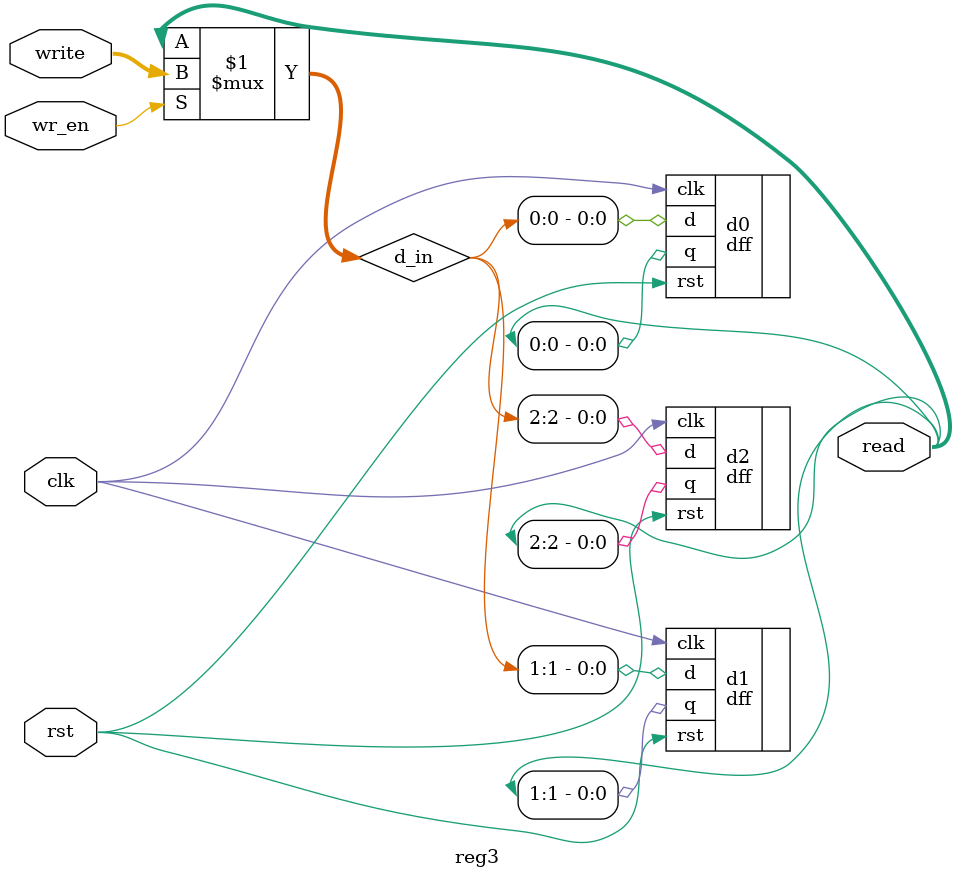
<source format=v>
module reg3(read,write,wr_en,rst,clk);

input [2:0]write;
input wr_en,rst,clk;
output [2:0] read;

wire [2:0]d_in;



assign d_in = (wr_en)? write:read;

dff d0 (.q(read[0]),.d(d_in[0]),.clk(clk),.rst(rst));
dff d1 (.q(read[1]),.d(d_in[1]),.clk(clk),.rst(rst));
dff d2 (.q(read[2]),.d(d_in[2]),.clk(clk),.rst(rst));

endmodule

</source>
